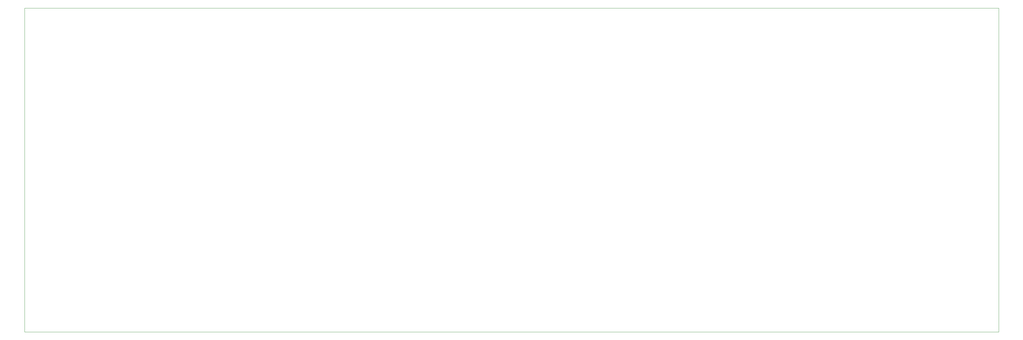
<source format=gbr>
%TF.GenerationSoftware,KiCad,Pcbnew,5.1.10*%
%TF.CreationDate,2021-07-28T13:13:53+02:00*%
%TF.ProjectId,msp430_Keyboard,6d737034-3330-45f4-9b65-79626f617264,rev?*%
%TF.SameCoordinates,Original*%
%TF.FileFunction,Profile,NP*%
%FSLAX46Y46*%
G04 Gerber Fmt 4.6, Leading zero omitted, Abs format (unit mm)*
G04 Created by KiCad (PCBNEW 5.1.10) date 2021-07-28 13:13:53*
%MOMM*%
%LPD*%
G01*
G04 APERTURE LIST*
%TA.AperFunction,Profile*%
%ADD10C,0.050000*%
%TD*%
G04 APERTURE END LIST*
D10*
X-9271000Y-85344000D02*
X-9271000Y9525000D01*
X275971000Y-85344000D02*
X-9271000Y-85344000D01*
X275971000Y9525000D02*
X275971000Y-85344000D01*
X-9271000Y9525000D02*
X275971000Y9525000D01*
M02*

</source>
